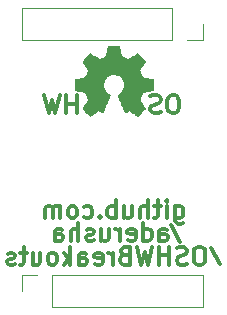
<source format=gbr>
G04 #@! TF.GenerationSoftware,KiCad,Pcbnew,(5.0.2)-1*
G04 #@! TF.CreationDate,2018-12-29T12:11:14-05:00*
G04 #@! TF.ProjectId,8P8C+LED_Horizontal,38503843-2b4c-4454-945f-486f72697a6f,rev?*
G04 #@! TF.SameCoordinates,Original*
G04 #@! TF.FileFunction,Legend,Bot*
G04 #@! TF.FilePolarity,Positive*
%FSLAX46Y46*%
G04 Gerber Fmt 4.6, Leading zero omitted, Abs format (unit mm)*
G04 Created by KiCad (PCBNEW (5.0.2)-1) date 12/29/2018 12:11:14 PM*
%MOMM*%
%LPD*%
G01*
G04 APERTURE LIST*
%ADD10C,0.300000*%
%ADD11C,0.120000*%
%ADD12C,0.010000*%
G04 APERTURE END LIST*
D10*
X137937714Y-101516571D02*
X137937714Y-100016571D01*
X137937714Y-100730857D02*
X137080571Y-100730857D01*
X137080571Y-101516571D02*
X137080571Y-100016571D01*
X136509142Y-100016571D02*
X136152000Y-101516571D01*
X135866285Y-100445142D01*
X135580571Y-101516571D01*
X135223428Y-100016571D01*
X146272142Y-100016571D02*
X145986428Y-100016571D01*
X145843571Y-100088000D01*
X145700714Y-100230857D01*
X145629285Y-100516571D01*
X145629285Y-101016571D01*
X145700714Y-101302285D01*
X145843571Y-101445142D01*
X145986428Y-101516571D01*
X146272142Y-101516571D01*
X146415000Y-101445142D01*
X146557857Y-101302285D01*
X146629285Y-101016571D01*
X146629285Y-100516571D01*
X146557857Y-100230857D01*
X146415000Y-100088000D01*
X146272142Y-100016571D01*
X145057857Y-101445142D02*
X144843571Y-101516571D01*
X144486428Y-101516571D01*
X144343571Y-101445142D01*
X144272142Y-101373714D01*
X144200714Y-101230857D01*
X144200714Y-101088000D01*
X144272142Y-100945142D01*
X144343571Y-100873714D01*
X144486428Y-100802285D01*
X144772142Y-100730857D01*
X144915000Y-100659428D01*
X144986428Y-100588000D01*
X145057857Y-100445142D01*
X145057857Y-100302285D01*
X144986428Y-100159428D01*
X144915000Y-100088000D01*
X144772142Y-100016571D01*
X144415000Y-100016571D01*
X144200714Y-100088000D01*
X149352000Y-112903000D02*
X150114000Y-114300000D01*
X145923000Y-110998000D02*
X146685000Y-112395000D01*
X148497714Y-112843571D02*
X148212000Y-112843571D01*
X148069142Y-112915000D01*
X147926285Y-113057857D01*
X147854857Y-113343571D01*
X147854857Y-113843571D01*
X147926285Y-114129285D01*
X148069142Y-114272142D01*
X148212000Y-114343571D01*
X148497714Y-114343571D01*
X148640571Y-114272142D01*
X148783428Y-114129285D01*
X148854857Y-113843571D01*
X148854857Y-113343571D01*
X148783428Y-113057857D01*
X148640571Y-112915000D01*
X148497714Y-112843571D01*
X147283428Y-114272142D02*
X147069142Y-114343571D01*
X146712000Y-114343571D01*
X146569142Y-114272142D01*
X146497714Y-114200714D01*
X146426285Y-114057857D01*
X146426285Y-113915000D01*
X146497714Y-113772142D01*
X146569142Y-113700714D01*
X146712000Y-113629285D01*
X146997714Y-113557857D01*
X147140571Y-113486428D01*
X147212000Y-113415000D01*
X147283428Y-113272142D01*
X147283428Y-113129285D01*
X147212000Y-112986428D01*
X147140571Y-112915000D01*
X146997714Y-112843571D01*
X146640571Y-112843571D01*
X146426285Y-112915000D01*
X145783428Y-114343571D02*
X145783428Y-112843571D01*
X145783428Y-113557857D02*
X144926285Y-113557857D01*
X144926285Y-114343571D02*
X144926285Y-112843571D01*
X144354857Y-112843571D02*
X143997714Y-114343571D01*
X143712000Y-113272142D01*
X143426285Y-114343571D01*
X143069142Y-112843571D01*
X141997714Y-113557857D02*
X141783428Y-113629285D01*
X141712000Y-113700714D01*
X141640571Y-113843571D01*
X141640571Y-114057857D01*
X141712000Y-114200714D01*
X141783428Y-114272142D01*
X141926285Y-114343571D01*
X142497714Y-114343571D01*
X142497714Y-112843571D01*
X141997714Y-112843571D01*
X141854857Y-112915000D01*
X141783428Y-112986428D01*
X141712000Y-113129285D01*
X141712000Y-113272142D01*
X141783428Y-113415000D01*
X141854857Y-113486428D01*
X141997714Y-113557857D01*
X142497714Y-113557857D01*
X140997714Y-114343571D02*
X140997714Y-113343571D01*
X140997714Y-113629285D02*
X140926285Y-113486428D01*
X140854857Y-113415000D01*
X140712000Y-113343571D01*
X140569142Y-113343571D01*
X139497714Y-114272142D02*
X139640571Y-114343571D01*
X139926285Y-114343571D01*
X140069142Y-114272142D01*
X140140571Y-114129285D01*
X140140571Y-113557857D01*
X140069142Y-113415000D01*
X139926285Y-113343571D01*
X139640571Y-113343571D01*
X139497714Y-113415000D01*
X139426285Y-113557857D01*
X139426285Y-113700714D01*
X140140571Y-113843571D01*
X138140571Y-114343571D02*
X138140571Y-113557857D01*
X138212000Y-113415000D01*
X138354857Y-113343571D01*
X138640571Y-113343571D01*
X138783428Y-113415000D01*
X138140571Y-114272142D02*
X138283428Y-114343571D01*
X138640571Y-114343571D01*
X138783428Y-114272142D01*
X138854857Y-114129285D01*
X138854857Y-113986428D01*
X138783428Y-113843571D01*
X138640571Y-113772142D01*
X138283428Y-113772142D01*
X138140571Y-113700714D01*
X137426285Y-114343571D02*
X137426285Y-112843571D01*
X137283428Y-113772142D02*
X136854857Y-114343571D01*
X136854857Y-113343571D02*
X137426285Y-113915000D01*
X135997714Y-114343571D02*
X136140571Y-114272142D01*
X136212000Y-114200714D01*
X136283428Y-114057857D01*
X136283428Y-113629285D01*
X136212000Y-113486428D01*
X136140571Y-113415000D01*
X135997714Y-113343571D01*
X135783428Y-113343571D01*
X135640571Y-113415000D01*
X135569142Y-113486428D01*
X135497714Y-113629285D01*
X135497714Y-114057857D01*
X135569142Y-114200714D01*
X135640571Y-114272142D01*
X135783428Y-114343571D01*
X135997714Y-114343571D01*
X134212000Y-113343571D02*
X134212000Y-114343571D01*
X134854857Y-113343571D02*
X134854857Y-114129285D01*
X134783428Y-114272142D01*
X134640571Y-114343571D01*
X134426285Y-114343571D01*
X134283428Y-114272142D01*
X134212000Y-114200714D01*
X133712000Y-113343571D02*
X133140571Y-113343571D01*
X133497714Y-112843571D02*
X133497714Y-114129285D01*
X133426285Y-114272142D01*
X133283428Y-114343571D01*
X133140571Y-114343571D01*
X132712000Y-114272142D02*
X132569142Y-114343571D01*
X132283428Y-114343571D01*
X132140571Y-114272142D01*
X132069142Y-114129285D01*
X132069142Y-114057857D01*
X132140571Y-113915000D01*
X132283428Y-113843571D01*
X132497714Y-113843571D01*
X132640571Y-113772142D01*
X132712000Y-113629285D01*
X132712000Y-113557857D01*
X132640571Y-113415000D01*
X132497714Y-113343571D01*
X132283428Y-113343571D01*
X132140571Y-113415000D01*
X144950142Y-112311571D02*
X144950142Y-111525857D01*
X145021571Y-111383000D01*
X145164428Y-111311571D01*
X145450142Y-111311571D01*
X145593000Y-111383000D01*
X144950142Y-112240142D02*
X145093000Y-112311571D01*
X145450142Y-112311571D01*
X145593000Y-112240142D01*
X145664428Y-112097285D01*
X145664428Y-111954428D01*
X145593000Y-111811571D01*
X145450142Y-111740142D01*
X145093000Y-111740142D01*
X144950142Y-111668714D01*
X143593000Y-112311571D02*
X143593000Y-110811571D01*
X143593000Y-112240142D02*
X143735857Y-112311571D01*
X144021571Y-112311571D01*
X144164428Y-112240142D01*
X144235857Y-112168714D01*
X144307285Y-112025857D01*
X144307285Y-111597285D01*
X144235857Y-111454428D01*
X144164428Y-111383000D01*
X144021571Y-111311571D01*
X143735857Y-111311571D01*
X143593000Y-111383000D01*
X142307285Y-112240142D02*
X142450142Y-112311571D01*
X142735857Y-112311571D01*
X142878714Y-112240142D01*
X142950142Y-112097285D01*
X142950142Y-111525857D01*
X142878714Y-111383000D01*
X142735857Y-111311571D01*
X142450142Y-111311571D01*
X142307285Y-111383000D01*
X142235857Y-111525857D01*
X142235857Y-111668714D01*
X142950142Y-111811571D01*
X141593000Y-112311571D02*
X141593000Y-111311571D01*
X141593000Y-111597285D02*
X141521571Y-111454428D01*
X141450142Y-111383000D01*
X141307285Y-111311571D01*
X141164428Y-111311571D01*
X140021571Y-111311571D02*
X140021571Y-112311571D01*
X140664428Y-111311571D02*
X140664428Y-112097285D01*
X140593000Y-112240142D01*
X140450142Y-112311571D01*
X140235857Y-112311571D01*
X140093000Y-112240142D01*
X140021571Y-112168714D01*
X139378714Y-112240142D02*
X139235857Y-112311571D01*
X138950142Y-112311571D01*
X138807285Y-112240142D01*
X138735857Y-112097285D01*
X138735857Y-112025857D01*
X138807285Y-111883000D01*
X138950142Y-111811571D01*
X139164428Y-111811571D01*
X139307285Y-111740142D01*
X139378714Y-111597285D01*
X139378714Y-111525857D01*
X139307285Y-111383000D01*
X139164428Y-111311571D01*
X138950142Y-111311571D01*
X138807285Y-111383000D01*
X138093000Y-112311571D02*
X138093000Y-110811571D01*
X137450142Y-112311571D02*
X137450142Y-111525857D01*
X137521571Y-111383000D01*
X137664428Y-111311571D01*
X137878714Y-111311571D01*
X138021571Y-111383000D01*
X138093000Y-111454428D01*
X136093000Y-112311571D02*
X136093000Y-111525857D01*
X136164428Y-111383000D01*
X136307285Y-111311571D01*
X136593000Y-111311571D01*
X136735857Y-111383000D01*
X136093000Y-112240142D02*
X136235857Y-112311571D01*
X136593000Y-112311571D01*
X136735857Y-112240142D01*
X136807285Y-112097285D01*
X136807285Y-111954428D01*
X136735857Y-111811571D01*
X136593000Y-111740142D01*
X136235857Y-111740142D01*
X136093000Y-111668714D01*
X146275571Y-109406571D02*
X146275571Y-110620857D01*
X146347000Y-110763714D01*
X146418428Y-110835142D01*
X146561285Y-110906571D01*
X146775571Y-110906571D01*
X146918428Y-110835142D01*
X146275571Y-110335142D02*
X146418428Y-110406571D01*
X146704142Y-110406571D01*
X146847000Y-110335142D01*
X146918428Y-110263714D01*
X146989857Y-110120857D01*
X146989857Y-109692285D01*
X146918428Y-109549428D01*
X146847000Y-109478000D01*
X146704142Y-109406571D01*
X146418428Y-109406571D01*
X146275571Y-109478000D01*
X145561285Y-110406571D02*
X145561285Y-109406571D01*
X145561285Y-108906571D02*
X145632714Y-108978000D01*
X145561285Y-109049428D01*
X145489857Y-108978000D01*
X145561285Y-108906571D01*
X145561285Y-109049428D01*
X145061285Y-109406571D02*
X144489857Y-109406571D01*
X144847000Y-108906571D02*
X144847000Y-110192285D01*
X144775571Y-110335142D01*
X144632714Y-110406571D01*
X144489857Y-110406571D01*
X143989857Y-110406571D02*
X143989857Y-108906571D01*
X143347000Y-110406571D02*
X143347000Y-109620857D01*
X143418428Y-109478000D01*
X143561285Y-109406571D01*
X143775571Y-109406571D01*
X143918428Y-109478000D01*
X143989857Y-109549428D01*
X141989857Y-109406571D02*
X141989857Y-110406571D01*
X142632714Y-109406571D02*
X142632714Y-110192285D01*
X142561285Y-110335142D01*
X142418428Y-110406571D01*
X142204142Y-110406571D01*
X142061285Y-110335142D01*
X141989857Y-110263714D01*
X141275571Y-110406571D02*
X141275571Y-108906571D01*
X141275571Y-109478000D02*
X141132714Y-109406571D01*
X140847000Y-109406571D01*
X140704142Y-109478000D01*
X140632714Y-109549428D01*
X140561285Y-109692285D01*
X140561285Y-110120857D01*
X140632714Y-110263714D01*
X140704142Y-110335142D01*
X140847000Y-110406571D01*
X141132714Y-110406571D01*
X141275571Y-110335142D01*
X139918428Y-110263714D02*
X139847000Y-110335142D01*
X139918428Y-110406571D01*
X139989857Y-110335142D01*
X139918428Y-110263714D01*
X139918428Y-110406571D01*
X138561285Y-110335142D02*
X138704142Y-110406571D01*
X138989857Y-110406571D01*
X139132714Y-110335142D01*
X139204142Y-110263714D01*
X139275571Y-110120857D01*
X139275571Y-109692285D01*
X139204142Y-109549428D01*
X139132714Y-109478000D01*
X138989857Y-109406571D01*
X138704142Y-109406571D01*
X138561285Y-109478000D01*
X137704142Y-110406571D02*
X137847000Y-110335142D01*
X137918428Y-110263714D01*
X137989857Y-110120857D01*
X137989857Y-109692285D01*
X137918428Y-109549428D01*
X137847000Y-109478000D01*
X137704142Y-109406571D01*
X137489857Y-109406571D01*
X137347000Y-109478000D01*
X137275571Y-109549428D01*
X137204142Y-109692285D01*
X137204142Y-110120857D01*
X137275571Y-110263714D01*
X137347000Y-110335142D01*
X137489857Y-110406571D01*
X137704142Y-110406571D01*
X136561285Y-110406571D02*
X136561285Y-109406571D01*
X136561285Y-109549428D02*
X136489857Y-109478000D01*
X136347000Y-109406571D01*
X136132714Y-109406571D01*
X135989857Y-109478000D01*
X135918428Y-109620857D01*
X135918428Y-110406571D01*
X135918428Y-109620857D02*
X135847000Y-109478000D01*
X135704142Y-109406571D01*
X135489857Y-109406571D01*
X135347000Y-109478000D01*
X135275571Y-109620857D01*
X135275571Y-110406571D01*
D11*
G04 #@! TO.C,J3*
X148650000Y-95310000D02*
X148650000Y-93980000D01*
X147320000Y-95310000D02*
X148650000Y-95310000D01*
X146050000Y-95310000D02*
X146050000Y-92650000D01*
X146050000Y-92650000D02*
X133290000Y-92650000D01*
X146050000Y-95310000D02*
X133290000Y-95310000D01*
X133290000Y-95310000D02*
X133290000Y-92650000D01*
G04 #@! TO.C,J2*
X133290000Y-115256000D02*
X133290000Y-116586000D01*
X134620000Y-115256000D02*
X133290000Y-115256000D01*
X135890000Y-115256000D02*
X135890000Y-117916000D01*
X135890000Y-117916000D02*
X148650000Y-117916000D01*
X135890000Y-115256000D02*
X148650000Y-115256000D01*
X148650000Y-115256000D02*
X148650000Y-117916000D01*
D12*
G04 #@! TO.C,REF\002A\002A*
G36*
X140541186Y-96274931D02*
X140457365Y-96719555D01*
X140148080Y-96847053D01*
X139838794Y-96974551D01*
X139467754Y-96722246D01*
X139363843Y-96651996D01*
X139269913Y-96589272D01*
X139190348Y-96536938D01*
X139129530Y-96497857D01*
X139091843Y-96474893D01*
X139081579Y-96469942D01*
X139063090Y-96482676D01*
X139023580Y-96517882D01*
X138967478Y-96571062D01*
X138899213Y-96637718D01*
X138823214Y-96713354D01*
X138743908Y-96793472D01*
X138665725Y-96873574D01*
X138593093Y-96949164D01*
X138530441Y-97015745D01*
X138482197Y-97068818D01*
X138452790Y-97103887D01*
X138445759Y-97115623D01*
X138455877Y-97137260D01*
X138484241Y-97184662D01*
X138527871Y-97253193D01*
X138583782Y-97338215D01*
X138648994Y-97435093D01*
X138686781Y-97490350D01*
X138755657Y-97591248D01*
X138816860Y-97682299D01*
X138867422Y-97758970D01*
X138904372Y-97816728D01*
X138924742Y-97851043D01*
X138927803Y-97858254D01*
X138920864Y-97878748D01*
X138901949Y-97926513D01*
X138873913Y-97994832D01*
X138839609Y-98076989D01*
X138801891Y-98166270D01*
X138763613Y-98255958D01*
X138727630Y-98339338D01*
X138696794Y-98409694D01*
X138673961Y-98460310D01*
X138661983Y-98484471D01*
X138661276Y-98485422D01*
X138642469Y-98490036D01*
X138592382Y-98500328D01*
X138516207Y-98515287D01*
X138419135Y-98533901D01*
X138306357Y-98555159D01*
X138240558Y-98567418D01*
X138120050Y-98590362D01*
X138011203Y-98612195D01*
X137919524Y-98631722D01*
X137850519Y-98647748D01*
X137809696Y-98659079D01*
X137801489Y-98662674D01*
X137793452Y-98687006D01*
X137786967Y-98741959D01*
X137782030Y-98821108D01*
X137778636Y-98918026D01*
X137776782Y-99026287D01*
X137776462Y-99139465D01*
X137777673Y-99251135D01*
X137780410Y-99354868D01*
X137784669Y-99444241D01*
X137790445Y-99512826D01*
X137797733Y-99554197D01*
X137802105Y-99562810D01*
X137828236Y-99573133D01*
X137883607Y-99587892D01*
X137960893Y-99605352D01*
X138052770Y-99623780D01*
X138084842Y-99629741D01*
X138239476Y-99658066D01*
X138361625Y-99680876D01*
X138455327Y-99699080D01*
X138524616Y-99713583D01*
X138573529Y-99725292D01*
X138606103Y-99735115D01*
X138626372Y-99743956D01*
X138638374Y-99752724D01*
X138640053Y-99754457D01*
X138656816Y-99782371D01*
X138682386Y-99836695D01*
X138714212Y-99910777D01*
X138749740Y-99997965D01*
X138786417Y-100091608D01*
X138821689Y-100185052D01*
X138853004Y-100271647D01*
X138877807Y-100344740D01*
X138893546Y-100397678D01*
X138897668Y-100423811D01*
X138897324Y-100424726D01*
X138883359Y-100446086D01*
X138851678Y-100493084D01*
X138805609Y-100560827D01*
X138748482Y-100644423D01*
X138683627Y-100738982D01*
X138665157Y-100765854D01*
X138599301Y-100863275D01*
X138541350Y-100952163D01*
X138494462Y-101027412D01*
X138461793Y-101083920D01*
X138446500Y-101116581D01*
X138445759Y-101120593D01*
X138458608Y-101141684D01*
X138494112Y-101183464D01*
X138547707Y-101241445D01*
X138614829Y-101311135D01*
X138690913Y-101388045D01*
X138771396Y-101467683D01*
X138851713Y-101545561D01*
X138927301Y-101617186D01*
X138993595Y-101678070D01*
X139046031Y-101723721D01*
X139080045Y-101749650D01*
X139089455Y-101753883D01*
X139111357Y-101743912D01*
X139156200Y-101717020D01*
X139216679Y-101677736D01*
X139263211Y-101646117D01*
X139347525Y-101588098D01*
X139447374Y-101519784D01*
X139547527Y-101451579D01*
X139601373Y-101415075D01*
X139783629Y-101291800D01*
X139936619Y-101374520D01*
X140006318Y-101410759D01*
X140065586Y-101438926D01*
X140105689Y-101454991D01*
X140115897Y-101457226D01*
X140128171Y-101440722D01*
X140152387Y-101394082D01*
X140186737Y-101321609D01*
X140229412Y-101227606D01*
X140278606Y-101116374D01*
X140332510Y-100992215D01*
X140389316Y-100859432D01*
X140447218Y-100722327D01*
X140504407Y-100585202D01*
X140559076Y-100452358D01*
X140609416Y-100328098D01*
X140653620Y-100216725D01*
X140689881Y-100122539D01*
X140716391Y-100049844D01*
X140731342Y-100002941D01*
X140733746Y-99986833D01*
X140714689Y-99966286D01*
X140672964Y-99932933D01*
X140617294Y-99893702D01*
X140612622Y-99890599D01*
X140468736Y-99775423D01*
X140352717Y-99641053D01*
X140265570Y-99491784D01*
X140208301Y-99331913D01*
X140181914Y-99165737D01*
X140187415Y-98997552D01*
X140225810Y-98831655D01*
X140298105Y-98672342D01*
X140319374Y-98637487D01*
X140430004Y-98496737D01*
X140560698Y-98383714D01*
X140706936Y-98299003D01*
X140864192Y-98243194D01*
X141027943Y-98216874D01*
X141193667Y-98220630D01*
X141356838Y-98255050D01*
X141512935Y-98320723D01*
X141657433Y-98418235D01*
X141702131Y-98457813D01*
X141815888Y-98581703D01*
X141898782Y-98712124D01*
X141955644Y-98858315D01*
X141987313Y-99003088D01*
X141995131Y-99165860D01*
X141969062Y-99329440D01*
X141911755Y-99488298D01*
X141825856Y-99636906D01*
X141714014Y-99769735D01*
X141578877Y-99881256D01*
X141561117Y-99893011D01*
X141504850Y-99931508D01*
X141462077Y-99964863D01*
X141441628Y-99986160D01*
X141441331Y-99986833D01*
X141445721Y-100009871D01*
X141463124Y-100062157D01*
X141491732Y-100139390D01*
X141529735Y-100237268D01*
X141575326Y-100351491D01*
X141626697Y-100477758D01*
X141682038Y-100611767D01*
X141739542Y-100749218D01*
X141797399Y-100885808D01*
X141853802Y-101017237D01*
X141906942Y-101139205D01*
X141955010Y-101247409D01*
X141996199Y-101337549D01*
X142028699Y-101405323D01*
X142050703Y-101446430D01*
X142059564Y-101457226D01*
X142086640Y-101448819D01*
X142137303Y-101426272D01*
X142202817Y-101393613D01*
X142238841Y-101374520D01*
X142391832Y-101291800D01*
X142574088Y-101415075D01*
X142667125Y-101478228D01*
X142768985Y-101547727D01*
X142864438Y-101613165D01*
X142912250Y-101646117D01*
X142979495Y-101691273D01*
X143036436Y-101727057D01*
X143075646Y-101748938D01*
X143088381Y-101753563D01*
X143106917Y-101741085D01*
X143147941Y-101706252D01*
X143207475Y-101652678D01*
X143281542Y-101583983D01*
X143366165Y-101503781D01*
X143419685Y-101452286D01*
X143513319Y-101360286D01*
X143594241Y-101277999D01*
X143659177Y-101208945D01*
X143704858Y-101156644D01*
X143728011Y-101124616D01*
X143730232Y-101118116D01*
X143719924Y-101093394D01*
X143691439Y-101043405D01*
X143647937Y-100973212D01*
X143592577Y-100887875D01*
X143528520Y-100792456D01*
X143510303Y-100765854D01*
X143443927Y-100669167D01*
X143384378Y-100582117D01*
X143334984Y-100509595D01*
X143299075Y-100456493D01*
X143279981Y-100427703D01*
X143278136Y-100424726D01*
X143280895Y-100401782D01*
X143295538Y-100351336D01*
X143319513Y-100280041D01*
X143350266Y-100194547D01*
X143385244Y-100101507D01*
X143421893Y-100007574D01*
X143457661Y-99919399D01*
X143489994Y-99843634D01*
X143516338Y-99786931D01*
X143534142Y-99755943D01*
X143535407Y-99754457D01*
X143546294Y-99745601D01*
X143564682Y-99736843D01*
X143594606Y-99727277D01*
X143640103Y-99715996D01*
X143705209Y-99702093D01*
X143793961Y-99684663D01*
X143910393Y-99662798D01*
X144058542Y-99635591D01*
X144090618Y-99629741D01*
X144185686Y-99611374D01*
X144268565Y-99593405D01*
X144331930Y-99577569D01*
X144368458Y-99565600D01*
X144373356Y-99562810D01*
X144381427Y-99538072D01*
X144387987Y-99482790D01*
X144393033Y-99403389D01*
X144396559Y-99306296D01*
X144398561Y-99197938D01*
X144399036Y-99084740D01*
X144397977Y-98973128D01*
X144395382Y-98869529D01*
X144391246Y-98780368D01*
X144385563Y-98712072D01*
X144378331Y-98671066D01*
X144373971Y-98662674D01*
X144349698Y-98654208D01*
X144294426Y-98640435D01*
X144213662Y-98622550D01*
X144112912Y-98601748D01*
X143997683Y-98579223D01*
X143934902Y-98567418D01*
X143815787Y-98545151D01*
X143709565Y-98524979D01*
X143621427Y-98507915D01*
X143556566Y-98494969D01*
X143520174Y-98487155D01*
X143514184Y-98485422D01*
X143504061Y-98465890D01*
X143482662Y-98418843D01*
X143452839Y-98351003D01*
X143417445Y-98269091D01*
X143379332Y-98179828D01*
X143341353Y-98089935D01*
X143306360Y-98006135D01*
X143277206Y-97935147D01*
X143256743Y-97883694D01*
X143247823Y-97858497D01*
X143247657Y-97857396D01*
X143257769Y-97837519D01*
X143286117Y-97791777D01*
X143329723Y-97724717D01*
X143385606Y-97640884D01*
X143450787Y-97544826D01*
X143488679Y-97489650D01*
X143557725Y-97388481D01*
X143619050Y-97296630D01*
X143669663Y-97218744D01*
X143706571Y-97159469D01*
X143726782Y-97123451D01*
X143729701Y-97115377D01*
X143717153Y-97096584D01*
X143682463Y-97056457D01*
X143630063Y-96999493D01*
X143564384Y-96930185D01*
X143489856Y-96853031D01*
X143410913Y-96772525D01*
X143331983Y-96693163D01*
X143257500Y-96619440D01*
X143191894Y-96555852D01*
X143139596Y-96506894D01*
X143105039Y-96477061D01*
X143093478Y-96469942D01*
X143074654Y-96479953D01*
X143029631Y-96508078D01*
X142962787Y-96551454D01*
X142878499Y-96607218D01*
X142781144Y-96672506D01*
X142707707Y-96722246D01*
X142336667Y-96974551D01*
X141718095Y-96719555D01*
X141634275Y-96274931D01*
X141550454Y-95830307D01*
X140625006Y-95830307D01*
X140541186Y-96274931D01*
X140541186Y-96274931D01*
G37*
X140541186Y-96274931D02*
X140457365Y-96719555D01*
X140148080Y-96847053D01*
X139838794Y-96974551D01*
X139467754Y-96722246D01*
X139363843Y-96651996D01*
X139269913Y-96589272D01*
X139190348Y-96536938D01*
X139129530Y-96497857D01*
X139091843Y-96474893D01*
X139081579Y-96469942D01*
X139063090Y-96482676D01*
X139023580Y-96517882D01*
X138967478Y-96571062D01*
X138899213Y-96637718D01*
X138823214Y-96713354D01*
X138743908Y-96793472D01*
X138665725Y-96873574D01*
X138593093Y-96949164D01*
X138530441Y-97015745D01*
X138482197Y-97068818D01*
X138452790Y-97103887D01*
X138445759Y-97115623D01*
X138455877Y-97137260D01*
X138484241Y-97184662D01*
X138527871Y-97253193D01*
X138583782Y-97338215D01*
X138648994Y-97435093D01*
X138686781Y-97490350D01*
X138755657Y-97591248D01*
X138816860Y-97682299D01*
X138867422Y-97758970D01*
X138904372Y-97816728D01*
X138924742Y-97851043D01*
X138927803Y-97858254D01*
X138920864Y-97878748D01*
X138901949Y-97926513D01*
X138873913Y-97994832D01*
X138839609Y-98076989D01*
X138801891Y-98166270D01*
X138763613Y-98255958D01*
X138727630Y-98339338D01*
X138696794Y-98409694D01*
X138673961Y-98460310D01*
X138661983Y-98484471D01*
X138661276Y-98485422D01*
X138642469Y-98490036D01*
X138592382Y-98500328D01*
X138516207Y-98515287D01*
X138419135Y-98533901D01*
X138306357Y-98555159D01*
X138240558Y-98567418D01*
X138120050Y-98590362D01*
X138011203Y-98612195D01*
X137919524Y-98631722D01*
X137850519Y-98647748D01*
X137809696Y-98659079D01*
X137801489Y-98662674D01*
X137793452Y-98687006D01*
X137786967Y-98741959D01*
X137782030Y-98821108D01*
X137778636Y-98918026D01*
X137776782Y-99026287D01*
X137776462Y-99139465D01*
X137777673Y-99251135D01*
X137780410Y-99354868D01*
X137784669Y-99444241D01*
X137790445Y-99512826D01*
X137797733Y-99554197D01*
X137802105Y-99562810D01*
X137828236Y-99573133D01*
X137883607Y-99587892D01*
X137960893Y-99605352D01*
X138052770Y-99623780D01*
X138084842Y-99629741D01*
X138239476Y-99658066D01*
X138361625Y-99680876D01*
X138455327Y-99699080D01*
X138524616Y-99713583D01*
X138573529Y-99725292D01*
X138606103Y-99735115D01*
X138626372Y-99743956D01*
X138638374Y-99752724D01*
X138640053Y-99754457D01*
X138656816Y-99782371D01*
X138682386Y-99836695D01*
X138714212Y-99910777D01*
X138749740Y-99997965D01*
X138786417Y-100091608D01*
X138821689Y-100185052D01*
X138853004Y-100271647D01*
X138877807Y-100344740D01*
X138893546Y-100397678D01*
X138897668Y-100423811D01*
X138897324Y-100424726D01*
X138883359Y-100446086D01*
X138851678Y-100493084D01*
X138805609Y-100560827D01*
X138748482Y-100644423D01*
X138683627Y-100738982D01*
X138665157Y-100765854D01*
X138599301Y-100863275D01*
X138541350Y-100952163D01*
X138494462Y-101027412D01*
X138461793Y-101083920D01*
X138446500Y-101116581D01*
X138445759Y-101120593D01*
X138458608Y-101141684D01*
X138494112Y-101183464D01*
X138547707Y-101241445D01*
X138614829Y-101311135D01*
X138690913Y-101388045D01*
X138771396Y-101467683D01*
X138851713Y-101545561D01*
X138927301Y-101617186D01*
X138993595Y-101678070D01*
X139046031Y-101723721D01*
X139080045Y-101749650D01*
X139089455Y-101753883D01*
X139111357Y-101743912D01*
X139156200Y-101717020D01*
X139216679Y-101677736D01*
X139263211Y-101646117D01*
X139347525Y-101588098D01*
X139447374Y-101519784D01*
X139547527Y-101451579D01*
X139601373Y-101415075D01*
X139783629Y-101291800D01*
X139936619Y-101374520D01*
X140006318Y-101410759D01*
X140065586Y-101438926D01*
X140105689Y-101454991D01*
X140115897Y-101457226D01*
X140128171Y-101440722D01*
X140152387Y-101394082D01*
X140186737Y-101321609D01*
X140229412Y-101227606D01*
X140278606Y-101116374D01*
X140332510Y-100992215D01*
X140389316Y-100859432D01*
X140447218Y-100722327D01*
X140504407Y-100585202D01*
X140559076Y-100452358D01*
X140609416Y-100328098D01*
X140653620Y-100216725D01*
X140689881Y-100122539D01*
X140716391Y-100049844D01*
X140731342Y-100002941D01*
X140733746Y-99986833D01*
X140714689Y-99966286D01*
X140672964Y-99932933D01*
X140617294Y-99893702D01*
X140612622Y-99890599D01*
X140468736Y-99775423D01*
X140352717Y-99641053D01*
X140265570Y-99491784D01*
X140208301Y-99331913D01*
X140181914Y-99165737D01*
X140187415Y-98997552D01*
X140225810Y-98831655D01*
X140298105Y-98672342D01*
X140319374Y-98637487D01*
X140430004Y-98496737D01*
X140560698Y-98383714D01*
X140706936Y-98299003D01*
X140864192Y-98243194D01*
X141027943Y-98216874D01*
X141193667Y-98220630D01*
X141356838Y-98255050D01*
X141512935Y-98320723D01*
X141657433Y-98418235D01*
X141702131Y-98457813D01*
X141815888Y-98581703D01*
X141898782Y-98712124D01*
X141955644Y-98858315D01*
X141987313Y-99003088D01*
X141995131Y-99165860D01*
X141969062Y-99329440D01*
X141911755Y-99488298D01*
X141825856Y-99636906D01*
X141714014Y-99769735D01*
X141578877Y-99881256D01*
X141561117Y-99893011D01*
X141504850Y-99931508D01*
X141462077Y-99964863D01*
X141441628Y-99986160D01*
X141441331Y-99986833D01*
X141445721Y-100009871D01*
X141463124Y-100062157D01*
X141491732Y-100139390D01*
X141529735Y-100237268D01*
X141575326Y-100351491D01*
X141626697Y-100477758D01*
X141682038Y-100611767D01*
X141739542Y-100749218D01*
X141797399Y-100885808D01*
X141853802Y-101017237D01*
X141906942Y-101139205D01*
X141955010Y-101247409D01*
X141996199Y-101337549D01*
X142028699Y-101405323D01*
X142050703Y-101446430D01*
X142059564Y-101457226D01*
X142086640Y-101448819D01*
X142137303Y-101426272D01*
X142202817Y-101393613D01*
X142238841Y-101374520D01*
X142391832Y-101291800D01*
X142574088Y-101415075D01*
X142667125Y-101478228D01*
X142768985Y-101547727D01*
X142864438Y-101613165D01*
X142912250Y-101646117D01*
X142979495Y-101691273D01*
X143036436Y-101727057D01*
X143075646Y-101748938D01*
X143088381Y-101753563D01*
X143106917Y-101741085D01*
X143147941Y-101706252D01*
X143207475Y-101652678D01*
X143281542Y-101583983D01*
X143366165Y-101503781D01*
X143419685Y-101452286D01*
X143513319Y-101360286D01*
X143594241Y-101277999D01*
X143659177Y-101208945D01*
X143704858Y-101156644D01*
X143728011Y-101124616D01*
X143730232Y-101118116D01*
X143719924Y-101093394D01*
X143691439Y-101043405D01*
X143647937Y-100973212D01*
X143592577Y-100887875D01*
X143528520Y-100792456D01*
X143510303Y-100765854D01*
X143443927Y-100669167D01*
X143384378Y-100582117D01*
X143334984Y-100509595D01*
X143299075Y-100456493D01*
X143279981Y-100427703D01*
X143278136Y-100424726D01*
X143280895Y-100401782D01*
X143295538Y-100351336D01*
X143319513Y-100280041D01*
X143350266Y-100194547D01*
X143385244Y-100101507D01*
X143421893Y-100007574D01*
X143457661Y-99919399D01*
X143489994Y-99843634D01*
X143516338Y-99786931D01*
X143534142Y-99755943D01*
X143535407Y-99754457D01*
X143546294Y-99745601D01*
X143564682Y-99736843D01*
X143594606Y-99727277D01*
X143640103Y-99715996D01*
X143705209Y-99702093D01*
X143793961Y-99684663D01*
X143910393Y-99662798D01*
X144058542Y-99635591D01*
X144090618Y-99629741D01*
X144185686Y-99611374D01*
X144268565Y-99593405D01*
X144331930Y-99577569D01*
X144368458Y-99565600D01*
X144373356Y-99562810D01*
X144381427Y-99538072D01*
X144387987Y-99482790D01*
X144393033Y-99403389D01*
X144396559Y-99306296D01*
X144398561Y-99197938D01*
X144399036Y-99084740D01*
X144397977Y-98973128D01*
X144395382Y-98869529D01*
X144391246Y-98780368D01*
X144385563Y-98712072D01*
X144378331Y-98671066D01*
X144373971Y-98662674D01*
X144349698Y-98654208D01*
X144294426Y-98640435D01*
X144213662Y-98622550D01*
X144112912Y-98601748D01*
X143997683Y-98579223D01*
X143934902Y-98567418D01*
X143815787Y-98545151D01*
X143709565Y-98524979D01*
X143621427Y-98507915D01*
X143556566Y-98494969D01*
X143520174Y-98487155D01*
X143514184Y-98485422D01*
X143504061Y-98465890D01*
X143482662Y-98418843D01*
X143452839Y-98351003D01*
X143417445Y-98269091D01*
X143379332Y-98179828D01*
X143341353Y-98089935D01*
X143306360Y-98006135D01*
X143277206Y-97935147D01*
X143256743Y-97883694D01*
X143247823Y-97858497D01*
X143247657Y-97857396D01*
X143257769Y-97837519D01*
X143286117Y-97791777D01*
X143329723Y-97724717D01*
X143385606Y-97640884D01*
X143450787Y-97544826D01*
X143488679Y-97489650D01*
X143557725Y-97388481D01*
X143619050Y-97296630D01*
X143669663Y-97218744D01*
X143706571Y-97159469D01*
X143726782Y-97123451D01*
X143729701Y-97115377D01*
X143717153Y-97096584D01*
X143682463Y-97056457D01*
X143630063Y-96999493D01*
X143564384Y-96930185D01*
X143489856Y-96853031D01*
X143410913Y-96772525D01*
X143331983Y-96693163D01*
X143257500Y-96619440D01*
X143191894Y-96555852D01*
X143139596Y-96506894D01*
X143105039Y-96477061D01*
X143093478Y-96469942D01*
X143074654Y-96479953D01*
X143029631Y-96508078D01*
X142962787Y-96551454D01*
X142878499Y-96607218D01*
X142781144Y-96672506D01*
X142707707Y-96722246D01*
X142336667Y-96974551D01*
X141718095Y-96719555D01*
X141634275Y-96274931D01*
X141550454Y-95830307D01*
X140625006Y-95830307D01*
X140541186Y-96274931D01*
G04 #@! TD*
M02*

</source>
